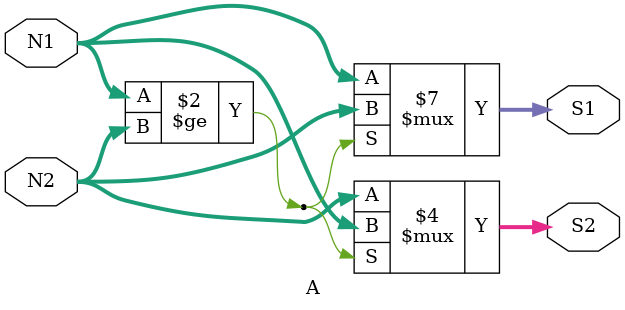
<source format=v>
`timescale 1 ps / 1 ps
module A ( N1, N2, S1, S2 );

	input	[7:0]  N1;
	input	[7:0]  N2;
	output [7:0]  S1;
	output [7:0]  S2;
	
	reg [7:0] S1;
	reg [7:0] S2;

	always @(N1 or N2)
	begin
		if (N1>=N2)
		begin
			S1=N2;
			S2=N1;
		end
		else
		begin
			S1=N1;
			S2=N2;
		end
	end

endmodule

</source>
